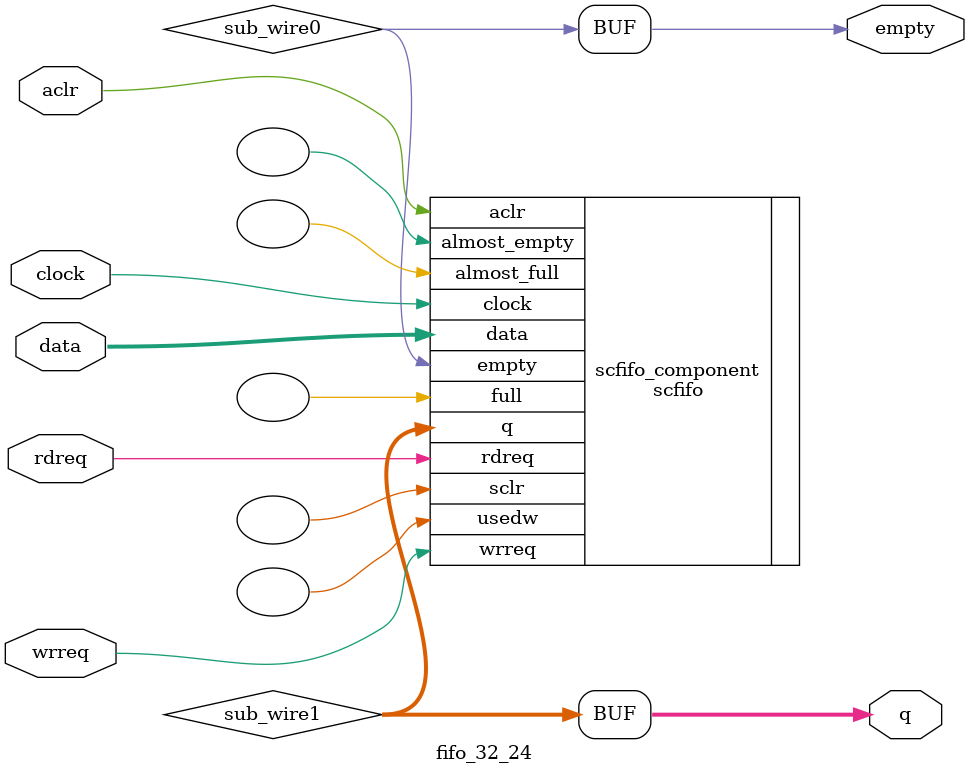
<source format=v>
module fifo_32_24 (
	aclr,
	clock,
	data,
	rdreq,
	wrreq,
	empty,
	q);
	input	  aclr;
	input	  clock;
	input	[23:0]  data;
	input	  rdreq;
	input	  wrreq;
	output	  empty;
	output	[23:0]  q;
	wire  sub_wire0;
	wire [23:0] sub_wire1;
	wire  empty = sub_wire0;
	wire [23:0] q = sub_wire1[23:0];
	scfifo	scfifo_component (
				.aclr (aclr),
				.clock (clock),
				.data (data),
				.rdreq (rdreq),
				.wrreq (wrreq),
				.empty (sub_wire0),
				.q (sub_wire1),
				.almost_empty (),
				.almost_full (),
				.full (),
				.sclr (),
				.usedw ());
	defparam
		scfifo_component.add_ram_output_register = "ON",
		scfifo_component.intended_device_family = "Stratix V",
		scfifo_component.lpm_numwords = 32,
		scfifo_component.lpm_showahead = "ON",
		scfifo_component.lpm_type = "scfifo",
		scfifo_component.lpm_width = 24,
		scfifo_component.lpm_widthu = 5,
		scfifo_component.overflow_checking = "OFF",
		scfifo_component.underflow_checking = "OFF",
		scfifo_component.use_eab = "ON";
endmodule
</source>
